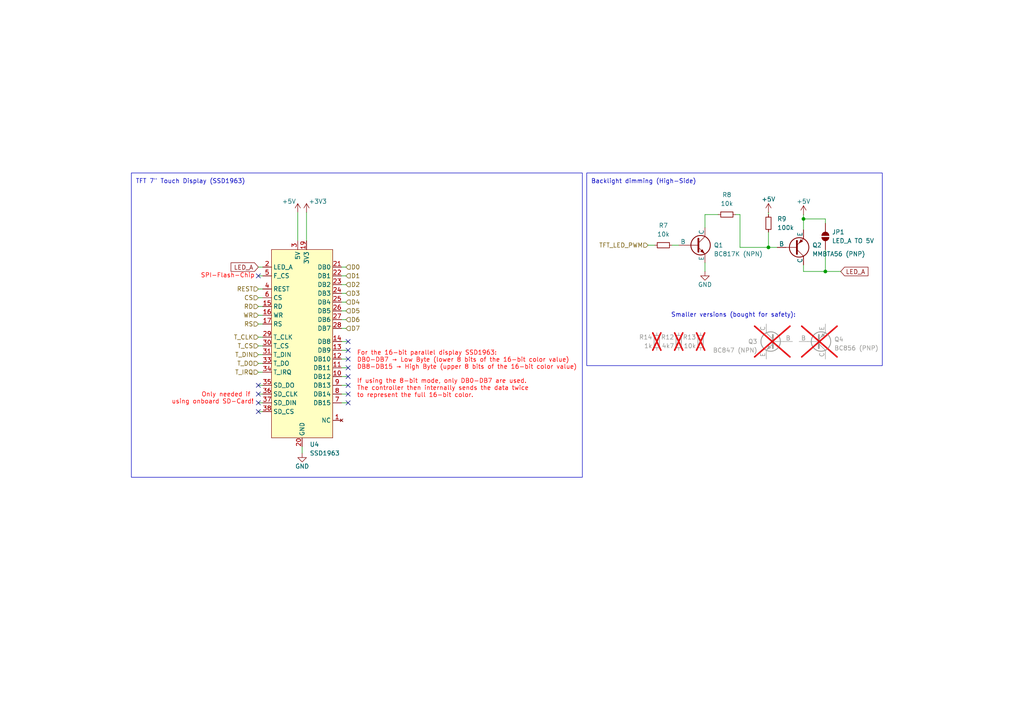
<source format=kicad_sch>
(kicad_sch (version 20231120) (generator "eeschema") (generator_version "8.0")
  (paper "A4")
  (lib_symbols
    (symbol "Device:R_Small" (pin_numbers hide) (pin_names (offset 0.254) hide)
      (property "Reference" "R" (at 0.762 0.508 0))
      (property "Value" "R_Small" (at 0.762 -1.016 0))
      (symbol "R_Small_0_1"
        (rectangle (start -0.762 1.778) (end 0.762 -1.778) (stroke (width 0.2032)))
      )
      (symbol "R_Small_1_1"
        (pin passive line (at 0 2.54 270) (length 0.762) (name "~") (number "1"))
        (pin passive line (at 0 -2.54 90) (length 0.762) (name "~") (number "2"))
      )
    )
    (symbol "Jumper:SolderJumper_2_Open" (pin_numbers hide) (pin_names (offset 0) hide) (exclude_from_sim yes) (in_bom no)
      (property "Reference" "JP" (at 0 2.032 0))
      (property "Value" "SolderJumper_2_Open" (at 0 -2.54 0))
      (symbol "SolderJumper_2_Open_0_1"
        (arc (start -0.254 1.016) (mid -1.2656 0) (end -0.254 -1.016))
        (arc (start -0.254 1.016) (mid -1.2656 0) (end -0.254 -1.016) (fill (type outline)))
        (polyline (pts (xy -0.254 1.016) (xy -0.254 -1.016)))
        (polyline (pts (xy 0.254 1.016) (xy 0.254 -1.016)))
        (arc (start 0.254 -1.016) (mid 1.2656 0) (end 0.254 1.016))
        (arc (start 0.254 -1.016) (mid 1.2656 0) (end 0.254 1.016) (fill (type outline)))
      )
      (symbol "SolderJumper_2_Open_1_1"
        (pin passive line (at -3.81 0 0) (length 2.54) (name "A") (number "1"))
        (pin passive line (at 3.81 0 180) (length 2.54) (name "B") (number "2"))
      )
    )
    (symbol "ProjectSymbols:SSD1963"
      (property "Reference" "U" (at -29.21 8.382 0))
      (property "Value" "SSD1963" (at -25.654 6.096 0))
      (symbol "SSD1963_1_1"
        (rectangle (start -26.67 5.08) (end -8.89 -49.53) (fill (type background)))
        (pin no_connect line (at -6.35 -44.45 180) (length 2.54) (name "NC") (number "1"))
        (pin bidirectional line (at -6.35 -31.75 180) (length 2.54) (name "DB12") (number "10"))
        (pin bidirectional line (at -6.35 -29.21 180) (length 2.54) (name "DB11") (number "11"))
        (pin bidirectional line (at -6.35 -26.67 180) (length 2.54) (name "DB10") (number "12"))
        (pin bidirectional line (at -6.35 -24.13 180) (length 2.54) (name "DB9") (number "13"))
        (pin bidirectional line (at -6.35 -21.59 180) (length 2.54) (name "DB8") (number "14"))
        (pin bidirectional line (at -29.21 -11.43 0) (length 2.54) (name "RD") (number "15"))
        (pin bidirectional line (at -29.21 -13.97 0) (length 2.54) (name "WR") (number "16"))
        (pin bidirectional line (at -29.21 -16.51 0) (length 2.54) (name "RS") (number "17"))
        (pin no_connect line (at -6.35 -44.45 180) (length 2.54) hide (name "NC") (number "18"))
        (pin power_in line (at -16.51 7.62 270) (length 2.54) (name "3V3") (number "19"))
        (pin bidirectional line (at -29.21 0 0) (length 2.54) (name "LED_A") (number "2"))
        (pin power_in line (at -17.78 -52.07 90) (length 2.54) (name "GND") (number "20"))
        (pin bidirectional line (at -6.35 0 180) (length 2.54) (name "DB0") (number "21"))
        (pin bidirectional line (at -6.35 -2.54 180) (length 2.54) (name "DB1") (number "22"))
        (pin bidirectional line (at -6.35 -5.08 180) (length 2.54) (name "DB2") (number "23"))
        (pin bidirectional line (at -6.35 -7.62 180) (length 2.54) (name "DB3") (number "24"))
        (pin bidirectional line (at -6.35 -10.16 180) (length 2.54) (name "DB4") (number "25"))
        (pin bidirectional line (at -6.35 -12.7 180) (length 2.54) (name "DB5") (number "26"))
        (pin bidirectional line (at -6.35 -15.24 180) (length 2.54) (name "DB6") (number "27"))
        (pin bidirectional line (at -6.35 -17.78 180) (length 2.54) (name "DB7") (number "28"))
        (pin bidirectional line (at -29.21 -20.32 0) (length 2.54) (name "T_CLK") (number "29"))
        (pin power_in line (at -19.05 7.62 270) (length 2.54) (name "5V") (number "3"))
        (pin bidirectional line (at -29.21 -22.86 0) (length 2.54) (name "T_CS") (number "30"))
        (pin bidirectional line (at -29.21 -25.4 0) (length 2.54) (name "T_DIN") (number "31"))
        (pin no_connect line (at -6.35 -44.45 180) (length 2.54) hide (name "NC") (number "32"))
        (pin bidirectional line (at -29.21 -27.94 0) (length 2.54) (name "T_DO") (number "33"))
        (pin bidirectional line (at -29.21 -30.48 0) (length 2.54) (name "T_IRQ") (number "34"))
        (pin bidirectional line (at -29.21 -34.29 0) (length 2.54) (name "SD_DO") (number "35"))
        (pin bidirectional line (at -29.21 -36.83 0) (length 2.54) (name "SD_CLK") (number "36"))
        (pin bidirectional line (at -29.21 -39.37 0) (length 2.54) (name "SD_DIN") (number "37"))
        (pin bidirectional line (at -29.21 -41.91 0) (length 2.54) (name "SD_CS") (number "38"))
        (pin no_connect line (at -6.35 -44.45 180) (length 2.54) hide (name "NC") (number "39"))
        (pin bidirectional line (at -29.21 -6.35 0) (length 2.54) (name "REST") (number "4"))
        (pin no_connect line (at -6.35 -44.45 180) (length 2.54) hide (name "NC") (number "40"))
        (pin bidirectional line (at -29.21 -2.54 0) (length 2.54) (name "F_CS") (number "5"))
        (pin bidirectional line (at -29.21 -8.89 0) (length 2.54) (name "CS") (number "6"))
        (pin bidirectional line (at -6.35 -39.37 180) (length 2.54) (name "DB15") (number "7"))
        (pin bidirectional line (at -6.35 -36.83 180) (length 2.54) (name "DB14") (number "8"))
        (pin bidirectional line (at -6.35 -34.29 180) (length 2.54) (name "DB13") (number "9"))
      )
    )
    (symbol "Simulation_SPICE:NPN" (pin_numbers hide) (pin_names (offset 0))
      (property "Reference" "Q" (at -2.54 7.62 0))
      (property "Value" "NPN" (at -2.54 5.08 0))
      (symbol "NPN_0_1"
        (polyline (pts (xy -2.54 0) (xy 0.635 0)) (stroke (width 0.1524)))
        (polyline (pts (xy 0.635 0.635) (xy 2.54 2.54)))
        (polyline (pts (xy 2.794 -1.27) (xy 2.794 -1.27)) (stroke (width 0.1524)))
        (polyline (pts (xy 2.794 -1.27) (xy 2.794 -1.27)) (stroke (width 0.1524)))
        (polyline (pts (xy 0.635 -0.635) (xy 2.54 -2.54) (xy 2.54 -2.54)))
        (polyline (pts (xy 0.635 1.905) (xy 0.635 -1.905) (xy 0.635 -1.905)) (stroke (width 0.508)))
        (polyline (pts (xy 1.27 -1.778) (xy 1.778 -1.27) (xy 2.286 -2.286) (xy 1.27 -1.778) (xy 1.27 -1.778)) (fill (type outline)))
        (circle (center 1.27 0) (radius 2.8194) (stroke (width 0.254)))
      )
      (symbol "NPN_1_1"
        (pin open_collector line (at 2.54 5.08 270) (length 2.54) (name "C") (number "1"))
        (pin input line (at -5.08 0 0) (length 2.54) (name "B") (number "2"))
        (pin open_emitter line (at 2.54 -5.08 90) (length 2.54) (name "E") (number "3"))
      )
    )
    (symbol "Simulation_SPICE:PNP" (pin_numbers hide) (pin_names (offset 0))
      (property "Reference" "Q" (at -2.54 7.62 0))
      (property "Value" "PNP" (at -2.54 5.08 0))
      (symbol "PNP_0_1"
        (polyline (pts (xy -2.54 0) (xy 0.635 0)) (stroke (width 0.1524)))
        (polyline (pts (xy 0.635 0.635) (xy 2.54 2.54)))
        (polyline (pts (xy 0.635 -0.635) (xy 2.54 -2.54) (xy 2.54 -2.54)))
        (polyline (pts (xy 0.635 1.905) (xy 0.635 -1.905) (xy 0.635 -1.905)) (stroke (width 0.508)))
        (polyline (pts (xy 2.286 -1.778) (xy 1.778 -2.286) (xy 1.27 -1.27) (xy 2.286 -1.778) (xy 2.286 -1.778)) (fill (type outline)))
        (circle (center 1.27 0) (radius 2.8194) (stroke (width 0.254)))
      )
      (symbol "PNP_1_1"
        (pin open_collector line (at 2.54 5.08 270) (length 2.54) (name "C") (number "1"))
        (pin input line (at -5.08 0 0) (length 2.54) (name "B") (number "2"))
        (pin open_emitter line (at 2.54 -5.08 90) (length 2.54) (name "E") (number "3"))
      )
    )
    (symbol "power:+3V3" (power) (pin_names (offset 0))
      (property "Value" "+3V3" (at 0 3.556 0))
      (symbol "+3V3_0_1"
        (polyline (pts (xy -0.762 1.27) (xy 0 2.54)))
        (polyline (pts (xy 0 0) (xy 0 2.54)))
        (polyline (pts (xy 0 2.54) (xy 0.762 1.27)))
      )
      (symbol "+3V3_1_1"
        (pin power_in line (at 0 0 90) (length 0) hide (name "+3V3") (number "1"))
      )
    )
    (symbol "power:+5V" (power) (pin_numbers hide) (pin_names (offset 0) hide)
      (property "Value" "+5V" (at 0 3.556 0))
      (symbol "+5V_0_1"
        (polyline (pts (xy -0.762 1.27) (xy 0 2.54)))
        (polyline (pts (xy 0 0) (xy 0 2.54)))
        (polyline (pts (xy 0 2.54) (xy 0.762 1.27)))
      )
      (symbol "+5V_1_1"
        (pin power_in line (at 0 0 90) (length 0) (name "~") (number "1"))
      )
    )
    (symbol "power:GND" (power) (pin_names (offset 0))
      (property "Value" "GND" (at 0 -3.81 0))
      (symbol "GND_0_1"
        (polyline (pts (xy 0 0) (xy 0 -1.27) (xy 1.27 -1.27) (xy 0 -2.54) (xy -1.27 -1.27) (xy 0 -1.27)))
      )
      (symbol "GND_1_1"
        (pin power_in line (at 0 0 270) (length 0) hide (name "GND") (number "1"))
      )
    )
  )
  (junction (at 222.885 71.755))
  (junction (at 233.045 63.5))
  (junction (at 239.395 78.74))
  (no_connect (at 74.93 111.76))
  (no_connect (at 100.965 111.76))
  (no_connect (at 100.965 114.3))
  (no_connect (at 74.93 80.01))
  (no_connect (at 74.93 119.38))
  (no_connect (at 100.965 101.6))
  (no_connect (at 100.965 116.84))
  (no_connect (at 100.965 106.68))
  (no_connect (at 100.965 104.14))
  (no_connect (at 74.93 114.3))
  (no_connect (at 74.93 116.84))
  (no_connect (at 100.965 109.22))
  (no_connect (at 100.965 99.06))
  (wire (pts (xy 100.965 111.76) (xy 99.06 111.76)))
  (wire (pts (xy 74.93 114.3) (xy 76.2 114.3)))
  (wire (pts (xy 187.96 71.12) (xy 189.865 71.12)))
  (wire (pts (xy 239.395 63.5) (xy 239.395 64.77)))
  (wire (pts (xy 74.93 91.44) (xy 76.2 91.44)))
  (wire (pts (xy 100.33 77.47) (xy 99.06 77.47)))
  (wire (pts (xy 74.93 80.01) (xy 76.2 80.01)))
  (wire (pts (xy 74.93 88.9) (xy 76.2 88.9)))
  (wire (pts (xy 100.965 104.14) (xy 99.06 104.14)))
  (wire (pts (xy 74.93 107.95) (xy 76.2 107.95)))
  (wire (pts (xy 74.93 100.33) (xy 76.2 100.33)))
  (wire (pts (xy 87.63 131.445) (xy 87.63 129.54)))
  (wire (pts (xy 233.045 63.5) (xy 239.395 63.5)))
  (wire (pts (xy 100.965 101.6) (xy 99.06 101.6)))
  (wire (pts (xy 233.045 62.23) (xy 233.045 63.5)))
  (wire (pts (xy 74.93 77.47) (xy 76.2 77.47)))
  (wire (pts (xy 214.63 71.755) (xy 222.885 71.755)))
  (wire (pts (xy 88.9 61.595) (xy 88.9 69.85)))
  (wire (pts (xy 222.885 61.595) (xy 222.885 62.23)))
  (wire (pts (xy 86.36 61.595) (xy 86.36 69.85)))
  (wire (pts (xy 233.045 63.5) (xy 233.045 66.675)))
  (wire (pts (xy 100.965 109.22) (xy 99.06 109.22)))
  (wire (pts (xy 100.33 82.55) (xy 99.06 82.55)))
  (wire (pts (xy 239.395 72.39) (xy 239.395 78.74)))
  (wire (pts (xy 74.93 105.41) (xy 76.2 105.41)))
  (wire (pts (xy 74.93 97.79) (xy 76.2 97.79)))
  (wire (pts (xy 233.045 76.835) (xy 233.045 78.74)))
  (wire (pts (xy 74.93 116.84) (xy 76.2 116.84)))
  (wire (pts (xy 100.965 106.68) (xy 99.06 106.68)))
  (wire (pts (xy 74.93 83.82) (xy 76.2 83.82)))
  (wire (pts (xy 100.33 85.09) (xy 99.06 85.09)))
  (wire (pts (xy 204.47 66.04) (xy 204.47 62.23)))
  (wire (pts (xy 100.33 90.17) (xy 99.06 90.17)))
  (wire (pts (xy 74.93 111.76) (xy 76.2 111.76)))
  (wire (pts (xy 222.885 71.755) (xy 225.425 71.755)))
  (wire (pts (xy 100.965 99.06) (xy 99.06 99.06)))
  (wire (pts (xy 239.395 78.74) (xy 243.84 78.74)))
  (wire (pts (xy 74.93 102.87) (xy 76.2 102.87)))
  (wire (pts (xy 74.93 93.98) (xy 76.2 93.98)))
  (wire (pts (xy 222.885 67.31) (xy 222.885 71.755)))
  (wire (pts (xy 100.33 80.01) (xy 99.06 80.01)))
  (wire (pts (xy 204.47 76.2) (xy 204.47 78.74)))
  (wire (pts (xy 100.965 114.3) (xy 99.06 114.3)))
  (wire (pts (xy 74.93 119.38) (xy 76.2 119.38)))
  (wire (pts (xy 100.33 87.63) (xy 99.06 87.63)))
  (wire (pts (xy 74.93 86.36) (xy 76.2 86.36)))
  (wire (pts (xy 100.33 92.71) (xy 99.06 92.71)))
  (wire (pts (xy 233.045 78.74) (xy 239.395 78.74)))
  (wire (pts (xy 214.63 62.23) (xy 214.63 71.755)))
  (wire (pts (xy 213.36 62.23) (xy 214.63 62.23)))
  (wire (pts (xy 100.965 116.84) (xy 99.06 116.84)))
  (wire (pts (xy 204.47 62.23) (xy 208.28 62.23)))
  (wire (pts (xy 100.33 95.25) (xy 99.06 95.25)))
  (wire (pts (xy 194.945 71.12) (xy 196.85 71.12)))
  (rectangle (start 170.18 50.165) (end 255.905 106.045))
  (rectangle (start 38.1 50.165) (end 168.91 138.43))
  (text "Backlight dimming (High-Side)" (at 186.69 52.705 0) (effects (font (size 1.27 1.27))))
  (text "For the 16-bit parallel display SSD1963:\nDB0-DB7 → Low Byte (lower 8 bits of the 16-bit color value)\nDB8-DB15 → High Byte (upper 8 bits of the 16-bit color value)\n\nIf using the 8-bit mode, only DB0-DB7 are used. \nThe controller then internally sends the data twice \nto represent the full 16-bit color.\n" (at 103.505 108.585 0) (effects (font (size 1.27 1.27)) (justify left)))
  (text "TFT 7\" Touch Display (SSD1963)" (at 55.245 52.705 0) (effects (font (size 1.27 1.27))))
  (text "SPI-Flash-Chip" (at 66.04 80.01 0) (effects (font (size 1.27 1.27))))
  (text "Only needed if \nusing onboard SD-Card!" (at 73.66 115.57 0) (effects (font (size 1.27 1.27)) (justify right)))
  (text "Smaller versions (bought for safety):\n" (at 212.725 91.44 0) (effects (font (size 1.27 1.27))))
  (global_label "LED_A" (shape input) (at 74.93 77.47 180) (property "Intersheetrefs" "${INTERSHEET_REFS}" (effects (hide yes))))
  (global_label "LED_A" (shape input) (at 243.84 78.74 0) (property "Intersheetrefs" "${INTERSHEET_REFS}" (effects (hide yes))))
  (hierarchical_label "T_DO" (shape input) (at 74.93 105.41 180))
  (hierarchical_label "D1" (shape input) (at 100.33 80.01 0))
  (hierarchical_label "D4" (shape input) (at 100.33 87.63 0))
  (hierarchical_label "WR" (shape input) (at 74.93 91.44 180))
  (hierarchical_label "D6" (shape input) (at 100.33 92.71 0))
  (hierarchical_label "D5" (shape input) (at 100.33 90.17 0))
  (hierarchical_label "D2" (shape input) (at 100.33 82.55 0))
  (hierarchical_label "D0" (shape input) (at 100.33 77.47 0))
  (hierarchical_label "REST" (shape input) (at 74.93 83.82 180))
  (hierarchical_label "T_CLK" (shape input) (at 74.93 97.79 180))
  (hierarchical_label "CS" (shape input) (at 74.93 86.36 180))
  (hierarchical_label "T_DIN" (shape input) (at 74.93 102.87 180))
  (hierarchical_label "RD" (shape input) (at 74.93 88.9 180))
  (hierarchical_label "T_CS" (shape input) (at 74.93 100.33 180))
  (hierarchical_label "D7" (shape input) (at 100.33 95.25 0))
  (hierarchical_label "TFT_LED_PWM" (shape input) (at 187.96 71.12 180))
  (hierarchical_label "RS" (shape input) (at 74.93 93.98 180))
  (hierarchical_label "D3" (shape input) (at 100.33 85.09 0))
  (hierarchical_label "T_IRQ" (shape input) (at 74.93 107.95 180))
  (symbol (lib_id "ProjectSymbols:SSD1963") (at 105.41 77.47 0) (unit 1)
    (property "Reference" "U4" (at 89.8241 128.905 0) (effects (justify left)))
    (property "Value" "SSD1963" (at 89.8241 131.445 0) (effects (justify left)))
    (property "Footprint" "ProjectFootprints:SSD1963" (effects (hide yes)))
    (property "Datasheet" "https://eckstein-shop.de/72C022800x480TFTLCDDisplaymitTouchscreenSSD1963MCUArduinoKompatibel" (effects (hide yes)))
    (property "Eckstein" "CP11013" (effects (hide yes)))
  )
  (symbol (lib_id "power:GND") (at 87.63 131.445 0) (unit 1)
    (property "Reference" "#PWR44" (effects (hide yes)))
    (property "Value" "GND" (at 87.63 135.255 0))
  )
  (symbol (lib_id "power:+5V") (at 222.885 61.595 0) (mirror y) (unit 1)
    (property "Reference" "#PWR26" (effects (hide yes)))
    (property "Value" "+5V" (at 222.885 57.785 0))
    (property "Description" "Power symbol creates a global label with name \"+5V\"" (effects (hide yes)))
  )
  (symbol (lib_id "Simulation_SPICE:PNP") (at 236.855 99.06 0) (mirror x) (unit 1) (exclude_from_sim yes) (on_board no) (dnp yes)
    (property "Reference" "Q4" (at 241.935 98.425 0) (effects (justify left)))
    (property "Value" "BC856 (PNP)" (at 241.935 100.9651 0) (effects (justify left)))
    (property "Footprint" "Package_TO_SOT_SMD:SOT-23" (effects (hide yes)))
    (property "Datasheet" "https://assets.nexperia.com/documents/data-sheet/BC856_BC857_BC858.pdf" (effects (hide yes)))
    (property "Description" "Bipolar transistor symbol for simulation only, substrate tied to the emitter" (effects (hide yes)))
    (property "MNR" "771-BC856B235" (effects (hide yes)))
    (property "LCSC" "C109310" (effects (hide yes)))
  )
  (symbol (lib_id "Device:R_Small") (at 222.885 64.77 180) (unit 1)
    (property "Reference" "R9" (at 225.425 63.4999 0) (effects (justify right)))
    (property "Value" "100k" (at 225.425 66.0399 0) (effects (justify right)))
    (property "Footprint" "Resistor_SMD:R_0603_1608Metric" (effects (hide yes)))
    (property "Datasheet" "https://www.vishay.com/doc?20035" (effects (hide yes)))
    (property "Description" "Resistor, small symbol" (effects (hide yes)))
    (property "MNR" "71-CRCW0603-100K-E3 " (effects (hide yes)))
    (property "LCSC" "C14675" (effects (hide yes)))
  )
  (symbol (lib_id "Device:R_Small") (at 190.5 99.06 0) (mirror y) (unit 1) (exclude_from_sim yes) (on_board no) (dnp yes)
    (property "Reference" "R14" (at 189.23 97.79 0) (effects (justify left)))
    (property "Value" "1k" (at 189.23 100.33 0) (effects (justify left)))
    (property "Footprint" "Resistor_SMD:R_0603_1608Metric" (effects (hide yes)))
    (property "Datasheet" "https://www.vishay.com/doc?20035" (effects (hide yes)))
    (property "Description" "Resistor, small symbol" (effects (hide yes)))
    (property "MNR" "71-CRCW0603-1K-E3 " (effects (hide yes)))
    (property "LCSC" "C22548" (effects (hide yes)))
  )
  (symbol (lib_id "Simulation_SPICE:NPN") (at 224.79 99.06 0) (mirror y) (unit 1) (exclude_from_sim yes) (on_board no) (dnp yes)
    (property "Reference" "Q3" (at 219.71 99.06 0) (effects (justify left)))
    (property "Value" "BC847 (NPN)" (at 219.71 101.6 0) (effects (justify left)))
    (property "Footprint" "Package_TO_SOT_SMD:SOT-23" (effects (hide yes)))
    (property "Datasheet" "https://assets.nexperia.com/documents/data-sheet/BC847X_SER.pdf" (effects (hide yes)))
    (property "Description" "Bipolar transistor symbol for simulation only, substrate tied to the emitter" (effects (hide yes)))
    (property "MNR" "771-BC847B235" (effects (hide yes)))
    (property "LCSC" "C57668" (effects (hide yes)))
  )
  (symbol (lib_id "Device:R_Small") (at 192.405 71.12 90) (unit 1)
    (property "Reference" "R7" (at 192.405 65.405 90))
    (property "Value" "10k" (at 192.405 67.945 90))
    (property "Footprint" "Resistor_SMD:R_0603_1608Metric" (effects (hide yes)))
    (property "Datasheet" "https://www.vishay.com/doc?20035" (effects (hide yes)))
    (property "Description" "Resistor, small symbol" (effects (hide yes)))
    (property "MNR" "71-CRCW0603-10K-E3 " (effects (hide yes)))
    (property "LCSC" "C99198" (effects (hide yes)))
  )
  (symbol (lib_id "power:+5V") (at 233.045 62.23 0) (unit 1)
    (property "Reference" "#PWR15" (effects (hide yes)))
    (property "Value" "+5V" (at 233.045 58.42 0))
    (property "Description" "Power symbol creates a global label with name \"+5V\"" (effects (hide yes)))
  )
  (symbol (lib_id "Device:R_Small") (at 203.2 99.06 0) (mirror y) (unit 1) (exclude_from_sim yes) (on_board no) (dnp yes)
    (property "Reference" "R13" (at 201.93 97.79 0) (effects (justify left)))
    (property "Value" "10k" (at 201.93 100.33 0) (effects (justify left)))
    (property "Footprint" "Resistor_SMD:R_0603_1608Metric" (effects (hide yes)))
    (property "Datasheet" "https://www.vishay.com/doc?20035" (effects (hide yes)))
    (property "Description" "Resistor, small symbol" (effects (hide yes)))
    (property "MNR" "71-CRCW0603-10K-E3 " (effects (hide yes)))
    (property "LCSC" "C99198" (effects (hide yes)))
  )
  (symbol (lib_id "power:GND") (at 204.47 78.74 0) (unit 1)
    (property "Reference" "#PWR14" (effects (hide yes)))
    (property "Value" "GND" (at 204.47 82.55 0))
  )
  (symbol (lib_id "power:+5V") (at 86.36 61.595 0) (unit 1)
    (property "Reference" "#PWR45" (effects (hide yes)))
    (property "Value" "+5V" (at 83.82 58.42 0))
    (property "Description" "Power symbol creates a global label with name \"+5V\"" (effects (hide yes)))
  )
  (symbol (lib_id "Jumper:SolderJumper_2_Open") (at 239.395 68.58 90) (unit 1) (exclude_from_sim yes) (in_bom no)
    (property "Reference" "JP1" (at 241.3 67.3099 90) (effects (justify right)))
    (property "Value" "LED_A TO 5V" (at 241.3 69.8499 90) (effects (justify right)))
    (property "Footprint" "Jumper:SolderJumper-2_P1.3mm_Open_TrianglePad1.0x1.5mm" (effects (hide yes)))
    (property "Description" "Solder Jumper, 2-pole, open" (effects (hide yes)))
  )
  (symbol (lib_id "Device:R_Small") (at 210.82 62.23 90) (unit 1)
    (property "Reference" "R8" (at 210.82 56.515 90))
    (property "Value" "10k" (at 210.82 59.055 90))
    (property "Footprint" "Resistor_SMD:R_0603_1608Metric" (effects (hide yes)))
    (property "Datasheet" "https://www.vishay.com/doc?20035" (effects (hide yes)))
    (property "Description" "Resistor, small symbol" (effects (hide yes)))
    (property "MNR" "71-CRCW0603-10K-E3 " (effects (hide yes)))
    (property "LCSC" "C99198" (effects (hide yes)))
  )
  (symbol (lib_id "Simulation_SPICE:NPN") (at 201.93 71.12 0) (unit 1)
    (property "Reference" "Q1" (at 207.01 71.12 0) (effects (justify left)))
    (property "Value" "BC817K (NPN)" (at 207.01 73.66 0) (effects (justify left)))
    (property "Footprint" "Package_TO_SOT_SMD:SOT-23" (effects (hide yes)))
    (property "Datasheet" "https://diotec.com/request/datasheet/bc817k.pdf" (effects (hide yes)))
    (property "Description" "Bipolar transistor symbol for simulation only, substrate tied to the emitter" (effects (hide yes)))
    (property "MNR" "637-BC817K-25" (effects (hide yes)))
    (property "LCSC" "C52801" (effects (hide yes)))
  )
  (symbol (lib_id "Device:R_Small") (at 196.85 99.06 0) (mirror y) (unit 1) (exclude_from_sim yes) (on_board no) (dnp yes)
    (property "Reference" "R12" (at 195.58 97.79 0) (effects (justify left)))
    (property "Value" "4k7" (at 195.58 100.33 0) (effects (justify left)))
    (property "Footprint" "Resistor_SMD:R_0603_1608Metric" (effects (hide yes)))
    (property "Datasheet" "https://www.vishay.com/doc?20035" (effects (hide yes)))
    (property "Description" "Resistor, small symbol" (effects (hide yes)))
    (property "MNR" "71-CRCW0603-4.7K-E3 " (effects (hide yes)))
    (property "LCSC" "C99782" (effects (hide yes)))
  )
  (symbol (lib_id "power:+3V3") (at 88.9 61.595 0) (unit 1)
    (property "Reference" "#PWR43" (effects (hide yes)))
    (property "Value" "+3V3" (at 89.535 58.42 0) (effects (justify left)))
  )
  (symbol (lib_id "Simulation_SPICE:PNP") (at 230.505 71.755 0) (mirror x) (unit 1)
    (property "Reference" "Q2" (at 235.585 71.12 0) (effects (justify left)))
    (property "Value" "MMBTA56 (PNP)" (at 235.585 73.6601 0) (effects (justify left)))
    (property "Footprint" "Package_TO_SOT_SMD:SOT-23" (effects (hide yes)))
    (property "Datasheet" "https://diotec.com/request/datasheet/mmbta56.pdf" (effects (hide yes)))
    (property "Description" "Bipolar transistor symbol for simulation only, substrate tied to the emitter" (effects (hide yes)))
    (property "MNR" "637-MMBTA56" (effects (hide yes)))
    (property "LCSC" "C896778" (effects (hide yes)))
  )
)
</source>
